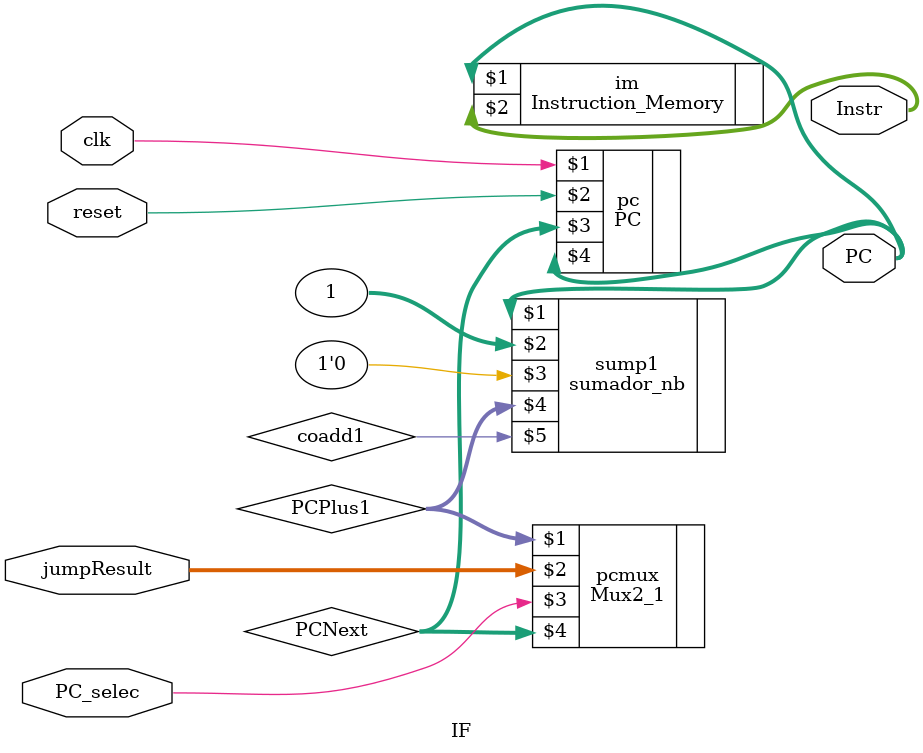
<source format=sv>
module IF (input logic clk, reset, PC_selec,
				input logic [31:0] jumpResult,
				output logic [31:0] PC, Instr
);

logic [31:0] PCNext,PCPlus1;

Mux2_1 #(32) pcmux(PCPlus1, jumpResult, PC_selec, PCNext);
PC #(32) pc(clk, reset, PCNext, PC);

logic coadd1;
sumador_nb #(32) sump1(PC, 32'b1,1'b0, PCPlus1, coadd1);

Instruction_Memory im(PC, Instr);

endmodule 
</source>
